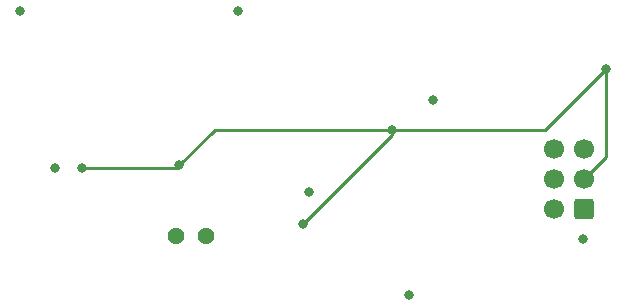
<source format=gbr>
%TF.GenerationSoftware,KiCad,Pcbnew,7.0.10*%
%TF.CreationDate,2024-11-01T14:14:09-04:00*%
%TF.ProjectId,pcb_v1,7063625f-7631-42e6-9b69-6361645f7063,rev?*%
%TF.SameCoordinates,Original*%
%TF.FileFunction,Copper,L3,Inr*%
%TF.FilePolarity,Positive*%
%FSLAX46Y46*%
G04 Gerber Fmt 4.6, Leading zero omitted, Abs format (unit mm)*
G04 Created by KiCad (PCBNEW 7.0.10) date 2024-11-01 14:14:09*
%MOMM*%
%LPD*%
G01*
G04 APERTURE LIST*
G04 Aperture macros list*
%AMRoundRect*
0 Rectangle with rounded corners*
0 $1 Rounding radius*
0 $2 $3 $4 $5 $6 $7 $8 $9 X,Y pos of 4 corners*
0 Add a 4 corners polygon primitive as box body*
4,1,4,$2,$3,$4,$5,$6,$7,$8,$9,$2,$3,0*
0 Add four circle primitives for the rounded corners*
1,1,$1+$1,$2,$3*
1,1,$1+$1,$4,$5*
1,1,$1+$1,$6,$7*
1,1,$1+$1,$8,$9*
0 Add four rect primitives between the rounded corners*
20,1,$1+$1,$2,$3,$4,$5,0*
20,1,$1+$1,$4,$5,$6,$7,0*
20,1,$1+$1,$6,$7,$8,$9,0*
20,1,$1+$1,$8,$9,$2,$3,0*%
G04 Aperture macros list end*
%TA.AperFunction,ComponentPad*%
%ADD10C,1.431000*%
%TD*%
%TA.AperFunction,ComponentPad*%
%ADD11RoundRect,0.250000X0.600000X0.600000X-0.600000X0.600000X-0.600000X-0.600000X0.600000X-0.600000X0*%
%TD*%
%TA.AperFunction,ComponentPad*%
%ADD12C,1.700000*%
%TD*%
%TA.AperFunction,ViaPad*%
%ADD13C,0.800000*%
%TD*%
%TA.AperFunction,Conductor*%
%ADD14C,0.250000*%
%TD*%
G04 APERTURE END LIST*
D10*
%TO.N,GND*%
%TO.C,D1*%
X123520000Y-120250000D03*
%TO.N,Net-(D1-A)*%
X120980000Y-120250000D03*
%TD*%
D11*
%TO.N,Net-(IC1-RXD0)*%
%TO.C,J1*%
X155500000Y-118000000D03*
D12*
%TO.N,Net-(IC1-TXD0)*%
X152960000Y-118000000D03*
%TO.N,GND*%
X155500000Y-115460000D03*
%TO.N,Net-(IC1-EN)*%
X152960000Y-115460000D03*
%TO.N,Net-(IC1-IO0)*%
X155500000Y-112920000D03*
%TO.N,Net-(IC3-VIN)*%
X152960000Y-112920000D03*
%TD*%
D13*
%TO.N,Net-(IC1-IO26)*%
X132250000Y-116500000D03*
X107750000Y-101250000D03*
%TO.N,Net-(IC2-GPIO8)*%
X126250000Y-101250000D03*
X140750000Y-125250000D03*
%TO.N,GND*%
X113000000Y-114500000D03*
%TO.N,Net-(IC3-VIN)*%
X110750000Y-114500000D03*
%TO.N,GND*%
X131750000Y-119250000D03*
X121250000Y-114250000D03*
X157385000Y-106135000D03*
X139250000Y-111250000D03*
%TO.N,Net-(IC1-RXD0)*%
X155480000Y-120480000D03*
X142750000Y-108750000D03*
%TD*%
D14*
%TO.N,GND*%
X121000000Y-114500000D02*
X121250000Y-114250000D01*
X113000000Y-114500000D02*
X121000000Y-114500000D01*
X157385000Y-106135000D02*
X157385000Y-113575000D01*
X139250000Y-111250000D02*
X124250000Y-111250000D01*
X131750000Y-119250000D02*
X139250000Y-111750000D01*
X124250000Y-111250000D02*
X121250000Y-114250000D01*
X152270000Y-111250000D02*
X157385000Y-106135000D01*
X139250000Y-111250000D02*
X152270000Y-111250000D01*
X139250000Y-111750000D02*
X139250000Y-111250000D01*
X157385000Y-113575000D02*
X155500000Y-115460000D01*
%TD*%
M02*

</source>
